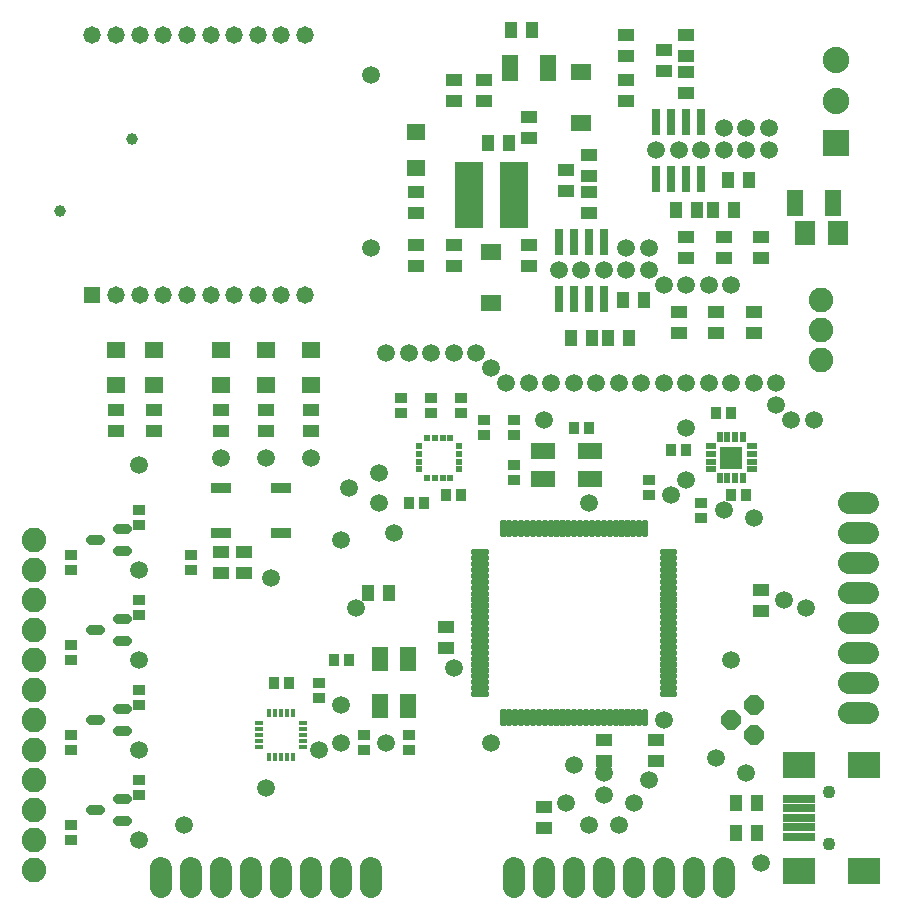
<source format=gts>
G75*
G70*
%OFA0B0*%
%FSLAX24Y24*%
%IPPOS*%
%LPD*%
%AMOC8*
5,1,8,0,0,1.08239X$1,22.5*
%
%ADD10R,0.0769X0.0769*%
%ADD11R,0.0226X0.0336*%
%ADD12R,0.0336X0.0226*%
%ADD13R,0.0631X0.0552*%
%ADD14R,0.0580X0.0580*%
%ADD15C,0.0580*%
%ADD16R,0.0395X0.0552*%
%ADD17R,0.0552X0.0395*%
%ADD18C,0.0720*%
%ADD19C,0.0395*%
%ADD20R,0.0680X0.0380*%
%ADD21C,0.0820*%
%ADD22C,0.0158*%
%ADD23R,0.0178X0.0277*%
%ADD24R,0.0277X0.0178*%
%ADD25C,0.0336*%
%ADD26OC8,0.0640*%
%ADD27R,0.0789X0.0552*%
%ADD28R,0.0552X0.0789*%
%ADD29R,0.0198X0.0237*%
%ADD30R,0.0237X0.0198*%
%ADD31R,0.0434X0.0356*%
%ADD32R,0.0356X0.0434*%
%ADD33R,0.0880X0.0880*%
%ADD34C,0.0880*%
%ADD35R,0.0710X0.0789*%
%ADD36R,0.0552X0.0867*%
%ADD37R,0.0316X0.0867*%
%ADD38R,0.0926X0.2245*%
%ADD39R,0.0659X0.0580*%
%ADD40R,0.1064X0.0277*%
%ADD41R,0.1064X0.0867*%
%ADD42C,0.0434*%
%ADD43C,0.0595*%
D10*
X024901Y015454D03*
D11*
X024773Y016143D03*
X024517Y016143D03*
X025029Y016143D03*
X025285Y016143D03*
X025285Y014765D03*
X025029Y014765D03*
X024773Y014765D03*
X024517Y014765D03*
D12*
X024212Y015070D03*
X024212Y015326D03*
X024212Y015581D03*
X024212Y015837D03*
X025590Y015837D03*
X025590Y015581D03*
X025590Y015326D03*
X025590Y015070D03*
D13*
X014401Y025113D03*
X014401Y026294D03*
X010901Y019044D03*
X010901Y017863D03*
X009401Y017863D03*
X009401Y019044D03*
X007901Y019044D03*
X007901Y017863D03*
X005651Y017863D03*
X005651Y019044D03*
X004401Y019044D03*
X004401Y017863D03*
D14*
X003608Y020873D03*
D15*
X004395Y020873D03*
X005183Y020873D03*
X005970Y020873D03*
X006757Y020873D03*
X007545Y020873D03*
X008332Y020873D03*
X009120Y020873D03*
X009907Y020873D03*
X010694Y020873D03*
X010694Y029534D03*
X009907Y029534D03*
X009120Y029534D03*
X008332Y029534D03*
X007545Y029534D03*
X006757Y029534D03*
X005970Y029534D03*
X005183Y029534D03*
X004395Y029534D03*
X003608Y029534D03*
D16*
X016797Y025954D03*
X017506Y025954D03*
X017547Y029704D03*
X018256Y029704D03*
X023047Y023704D03*
X023756Y023704D03*
X024297Y023704D03*
X025006Y023704D03*
X024797Y024704D03*
X025506Y024704D03*
X022006Y020704D03*
X021297Y020704D03*
X021506Y019454D03*
X020797Y019454D03*
X020256Y019454D03*
X019547Y019454D03*
X013506Y010954D03*
X012797Y010954D03*
X025047Y003954D03*
X025756Y003954D03*
X025756Y002954D03*
X025047Y002954D03*
D17*
X022401Y005349D03*
X022401Y006058D03*
X020651Y006058D03*
X020651Y005349D03*
X018651Y003808D03*
X018651Y003099D03*
X015401Y009099D03*
X015401Y009808D03*
X010901Y016349D03*
X010901Y017058D03*
X009401Y017058D03*
X009401Y016349D03*
X007901Y016349D03*
X007901Y017058D03*
X005651Y017058D03*
X005651Y016349D03*
X004401Y016349D03*
X004401Y017058D03*
X007901Y012308D03*
X007901Y011599D03*
X008651Y011599D03*
X008651Y012308D03*
X014401Y021849D03*
X014401Y022558D03*
X014401Y023599D03*
X014401Y024308D03*
X015651Y022558D03*
X015651Y021849D03*
X018151Y021849D03*
X018151Y022558D03*
X019401Y024349D03*
X019401Y025058D03*
X020151Y024849D03*
X020151Y024308D03*
X020151Y023599D03*
X020151Y025558D03*
X018151Y026099D03*
X018151Y026808D03*
X016651Y027349D03*
X016651Y028058D03*
X015651Y028058D03*
X015651Y027349D03*
X021401Y027349D03*
X021401Y028058D03*
X021401Y028849D03*
X021401Y029558D03*
X022651Y029058D03*
X022651Y028349D03*
X023401Y028308D03*
X023401Y028849D03*
X023401Y029558D03*
X023401Y027599D03*
X023401Y022808D03*
X023401Y022099D03*
X024651Y022099D03*
X024651Y022808D03*
X025901Y022808D03*
X025901Y022099D03*
X025651Y020308D03*
X025651Y019599D03*
X024401Y019599D03*
X024401Y020308D03*
X023151Y020308D03*
X023151Y019599D03*
X025901Y011058D03*
X025901Y010349D03*
D18*
X028831Y009954D02*
X029471Y009954D01*
X029471Y010954D02*
X028831Y010954D01*
X028831Y011954D02*
X029471Y011954D01*
X029471Y012954D02*
X028831Y012954D01*
X028831Y013954D02*
X029471Y013954D01*
X029471Y008954D02*
X028831Y008954D01*
X028831Y007954D02*
X029471Y007954D01*
X029471Y006954D02*
X028831Y006954D01*
X024651Y001774D02*
X024651Y001134D01*
X023651Y001134D02*
X023651Y001774D01*
X022651Y001774D02*
X022651Y001134D01*
X021651Y001134D02*
X021651Y001774D01*
X020651Y001774D02*
X020651Y001134D01*
X019651Y001134D02*
X019651Y001774D01*
X018651Y001774D02*
X018651Y001134D01*
X017651Y001134D02*
X017651Y001774D01*
X012901Y001774D02*
X012901Y001134D01*
X011901Y001134D02*
X011901Y001774D01*
X010901Y001774D02*
X010901Y001134D01*
X009901Y001134D02*
X009901Y001774D01*
X008901Y001774D02*
X008901Y001134D01*
X007901Y001134D02*
X007901Y001774D01*
X006901Y001774D02*
X006901Y001134D01*
X005901Y001134D02*
X005901Y001774D01*
D19*
X002515Y023668D03*
X004937Y026089D03*
D20*
X007901Y014454D03*
X007901Y012954D03*
X009901Y012954D03*
X009901Y014454D03*
D21*
X001651Y001704D03*
X001651Y002704D03*
X001651Y003704D03*
X001651Y004704D03*
X001651Y005704D03*
X001651Y006704D03*
X001651Y007704D03*
X001651Y008704D03*
X001651Y009704D03*
X001651Y010704D03*
X001651Y011704D03*
X001651Y012704D03*
X027901Y018704D03*
X027901Y019704D03*
X027901Y020704D03*
D22*
X021993Y013310D02*
X021993Y012896D01*
X021993Y013310D02*
X022033Y013310D01*
X022033Y012896D01*
X021993Y012896D01*
X021993Y013053D02*
X022033Y013053D01*
X022033Y013210D02*
X021993Y013210D01*
X021797Y013310D02*
X021797Y012896D01*
X021797Y013310D02*
X021837Y013310D01*
X021837Y012896D01*
X021797Y012896D01*
X021797Y013053D02*
X021837Y013053D01*
X021837Y013210D02*
X021797Y013210D01*
X021600Y013310D02*
X021600Y012896D01*
X021600Y013310D02*
X021640Y013310D01*
X021640Y012896D01*
X021600Y012896D01*
X021600Y013053D02*
X021640Y013053D01*
X021640Y013210D02*
X021600Y013210D01*
X021403Y013310D02*
X021403Y012896D01*
X021403Y013310D02*
X021443Y013310D01*
X021443Y012896D01*
X021403Y012896D01*
X021403Y013053D02*
X021443Y013053D01*
X021443Y013210D02*
X021403Y013210D01*
X021206Y013310D02*
X021206Y012896D01*
X021206Y013310D02*
X021246Y013310D01*
X021246Y012896D01*
X021206Y012896D01*
X021206Y013053D02*
X021246Y013053D01*
X021246Y013210D02*
X021206Y013210D01*
X021009Y013310D02*
X021009Y012896D01*
X021009Y013310D02*
X021049Y013310D01*
X021049Y012896D01*
X021009Y012896D01*
X021009Y013053D02*
X021049Y013053D01*
X021049Y013210D02*
X021009Y013210D01*
X020812Y013310D02*
X020812Y012896D01*
X020812Y013310D02*
X020852Y013310D01*
X020852Y012896D01*
X020812Y012896D01*
X020812Y013053D02*
X020852Y013053D01*
X020852Y013210D02*
X020812Y013210D01*
X020615Y013310D02*
X020615Y012896D01*
X020615Y013310D02*
X020655Y013310D01*
X020655Y012896D01*
X020615Y012896D01*
X020615Y013053D02*
X020655Y013053D01*
X020655Y013210D02*
X020615Y013210D01*
X020419Y013310D02*
X020419Y012896D01*
X020419Y013310D02*
X020459Y013310D01*
X020459Y012896D01*
X020419Y012896D01*
X020419Y013053D02*
X020459Y013053D01*
X020459Y013210D02*
X020419Y013210D01*
X020222Y013310D02*
X020222Y012896D01*
X020222Y013310D02*
X020262Y013310D01*
X020262Y012896D01*
X020222Y012896D01*
X020222Y013053D02*
X020262Y013053D01*
X020262Y013210D02*
X020222Y013210D01*
X020025Y013310D02*
X020025Y012896D01*
X020025Y013310D02*
X020065Y013310D01*
X020065Y012896D01*
X020025Y012896D01*
X020025Y013053D02*
X020065Y013053D01*
X020065Y013210D02*
X020025Y013210D01*
X019828Y013310D02*
X019828Y012896D01*
X019828Y013310D02*
X019868Y013310D01*
X019868Y012896D01*
X019828Y012896D01*
X019828Y013053D02*
X019868Y013053D01*
X019868Y013210D02*
X019828Y013210D01*
X019631Y013310D02*
X019631Y012896D01*
X019631Y013310D02*
X019671Y013310D01*
X019671Y012896D01*
X019631Y012896D01*
X019631Y013053D02*
X019671Y013053D01*
X019671Y013210D02*
X019631Y013210D01*
X019434Y013310D02*
X019434Y012896D01*
X019434Y013310D02*
X019474Y013310D01*
X019474Y012896D01*
X019434Y012896D01*
X019434Y013053D02*
X019474Y013053D01*
X019474Y013210D02*
X019434Y013210D01*
X019237Y013310D02*
X019237Y012896D01*
X019237Y013310D02*
X019277Y013310D01*
X019277Y012896D01*
X019237Y012896D01*
X019237Y013053D02*
X019277Y013053D01*
X019277Y013210D02*
X019237Y013210D01*
X019041Y013310D02*
X019041Y012896D01*
X019041Y013310D02*
X019081Y013310D01*
X019081Y012896D01*
X019041Y012896D01*
X019041Y013053D02*
X019081Y013053D01*
X019081Y013210D02*
X019041Y013210D01*
X018844Y013310D02*
X018844Y012896D01*
X018844Y013310D02*
X018884Y013310D01*
X018884Y012896D01*
X018844Y012896D01*
X018844Y013053D02*
X018884Y013053D01*
X018884Y013210D02*
X018844Y013210D01*
X018647Y013310D02*
X018647Y012896D01*
X018647Y013310D02*
X018687Y013310D01*
X018687Y012896D01*
X018647Y012896D01*
X018647Y013053D02*
X018687Y013053D01*
X018687Y013210D02*
X018647Y013210D01*
X018450Y013310D02*
X018450Y012896D01*
X018450Y013310D02*
X018490Y013310D01*
X018490Y012896D01*
X018450Y012896D01*
X018450Y013053D02*
X018490Y013053D01*
X018490Y013210D02*
X018450Y013210D01*
X018253Y013310D02*
X018253Y012896D01*
X018253Y013310D02*
X018293Y013310D01*
X018293Y012896D01*
X018253Y012896D01*
X018253Y013053D02*
X018293Y013053D01*
X018293Y013210D02*
X018253Y013210D01*
X018056Y013310D02*
X018056Y012896D01*
X018056Y013310D02*
X018096Y013310D01*
X018096Y012896D01*
X018056Y012896D01*
X018056Y013053D02*
X018096Y013053D01*
X018096Y013210D02*
X018056Y013210D01*
X017860Y013310D02*
X017860Y012896D01*
X017860Y013310D02*
X017900Y013310D01*
X017900Y012896D01*
X017860Y012896D01*
X017860Y013053D02*
X017900Y013053D01*
X017900Y013210D02*
X017860Y013210D01*
X017663Y013310D02*
X017663Y012896D01*
X017663Y013310D02*
X017703Y013310D01*
X017703Y012896D01*
X017663Y012896D01*
X017663Y013053D02*
X017703Y013053D01*
X017703Y013210D02*
X017663Y013210D01*
X017466Y013310D02*
X017466Y012896D01*
X017466Y013310D02*
X017506Y013310D01*
X017506Y012896D01*
X017466Y012896D01*
X017466Y013053D02*
X017506Y013053D01*
X017506Y013210D02*
X017466Y013210D01*
X017269Y013310D02*
X017269Y012896D01*
X017269Y013310D02*
X017309Y013310D01*
X017309Y012896D01*
X017269Y012896D01*
X017269Y013053D02*
X017309Y013053D01*
X017309Y013210D02*
X017269Y013210D01*
X016295Y012336D02*
X016295Y012296D01*
X016295Y012336D02*
X016709Y012336D01*
X016709Y012296D01*
X016295Y012296D01*
X016295Y012139D02*
X016295Y012099D01*
X016295Y012139D02*
X016709Y012139D01*
X016709Y012099D01*
X016295Y012099D01*
X016295Y011942D02*
X016295Y011902D01*
X016295Y011942D02*
X016709Y011942D01*
X016709Y011902D01*
X016295Y011902D01*
X016295Y011745D02*
X016295Y011705D01*
X016295Y011745D02*
X016709Y011745D01*
X016709Y011705D01*
X016295Y011705D01*
X016295Y011548D02*
X016295Y011508D01*
X016295Y011548D02*
X016709Y011548D01*
X016709Y011508D01*
X016295Y011508D01*
X016295Y011351D02*
X016295Y011311D01*
X016295Y011351D02*
X016709Y011351D01*
X016709Y011311D01*
X016295Y011311D01*
X016295Y011155D02*
X016295Y011115D01*
X016295Y011155D02*
X016709Y011155D01*
X016709Y011115D01*
X016295Y011115D01*
X016295Y010958D02*
X016295Y010918D01*
X016295Y010958D02*
X016709Y010958D01*
X016709Y010918D01*
X016295Y010918D01*
X016295Y010761D02*
X016295Y010721D01*
X016295Y010761D02*
X016709Y010761D01*
X016709Y010721D01*
X016295Y010721D01*
X016295Y010564D02*
X016295Y010524D01*
X016295Y010564D02*
X016709Y010564D01*
X016709Y010524D01*
X016295Y010524D01*
X016295Y010367D02*
X016295Y010327D01*
X016295Y010367D02*
X016709Y010367D01*
X016709Y010327D01*
X016295Y010327D01*
X016295Y010170D02*
X016295Y010130D01*
X016295Y010170D02*
X016709Y010170D01*
X016709Y010130D01*
X016295Y010130D01*
X016295Y009974D02*
X016295Y009934D01*
X016295Y009974D02*
X016709Y009974D01*
X016709Y009934D01*
X016295Y009934D01*
X016295Y009777D02*
X016295Y009737D01*
X016295Y009777D02*
X016709Y009777D01*
X016709Y009737D01*
X016295Y009737D01*
X016295Y009580D02*
X016295Y009540D01*
X016295Y009580D02*
X016709Y009580D01*
X016709Y009540D01*
X016295Y009540D01*
X016295Y009383D02*
X016295Y009343D01*
X016295Y009383D02*
X016709Y009383D01*
X016709Y009343D01*
X016295Y009343D01*
X016295Y009186D02*
X016295Y009146D01*
X016295Y009186D02*
X016709Y009186D01*
X016709Y009146D01*
X016295Y009146D01*
X016295Y008989D02*
X016295Y008949D01*
X016295Y008989D02*
X016709Y008989D01*
X016709Y008949D01*
X016295Y008949D01*
X016295Y008792D02*
X016295Y008752D01*
X016295Y008792D02*
X016709Y008792D01*
X016709Y008752D01*
X016295Y008752D01*
X016295Y008596D02*
X016295Y008556D01*
X016295Y008596D02*
X016709Y008596D01*
X016709Y008556D01*
X016295Y008556D01*
X016295Y008399D02*
X016295Y008359D01*
X016295Y008399D02*
X016709Y008399D01*
X016709Y008359D01*
X016295Y008359D01*
X016295Y008202D02*
X016295Y008162D01*
X016295Y008202D02*
X016709Y008202D01*
X016709Y008162D01*
X016295Y008162D01*
X016295Y008005D02*
X016295Y007965D01*
X016295Y008005D02*
X016709Y008005D01*
X016709Y007965D01*
X016295Y007965D01*
X016295Y007808D02*
X016295Y007768D01*
X016295Y007808D02*
X016709Y007808D01*
X016709Y007768D01*
X016295Y007768D01*
X016295Y007611D02*
X016295Y007571D01*
X016295Y007611D02*
X016709Y007611D01*
X016709Y007571D01*
X016295Y007571D01*
X017269Y007011D02*
X017269Y006597D01*
X017269Y007011D02*
X017309Y007011D01*
X017309Y006597D01*
X017269Y006597D01*
X017269Y006754D02*
X017309Y006754D01*
X017309Y006911D02*
X017269Y006911D01*
X017466Y007011D02*
X017466Y006597D01*
X017466Y007011D02*
X017506Y007011D01*
X017506Y006597D01*
X017466Y006597D01*
X017466Y006754D02*
X017506Y006754D01*
X017506Y006911D02*
X017466Y006911D01*
X017663Y007011D02*
X017663Y006597D01*
X017663Y007011D02*
X017703Y007011D01*
X017703Y006597D01*
X017663Y006597D01*
X017663Y006754D02*
X017703Y006754D01*
X017703Y006911D02*
X017663Y006911D01*
X017860Y007011D02*
X017860Y006597D01*
X017860Y007011D02*
X017900Y007011D01*
X017900Y006597D01*
X017860Y006597D01*
X017860Y006754D02*
X017900Y006754D01*
X017900Y006911D02*
X017860Y006911D01*
X018056Y007011D02*
X018056Y006597D01*
X018056Y007011D02*
X018096Y007011D01*
X018096Y006597D01*
X018056Y006597D01*
X018056Y006754D02*
X018096Y006754D01*
X018096Y006911D02*
X018056Y006911D01*
X018253Y007011D02*
X018253Y006597D01*
X018253Y007011D02*
X018293Y007011D01*
X018293Y006597D01*
X018253Y006597D01*
X018253Y006754D02*
X018293Y006754D01*
X018293Y006911D02*
X018253Y006911D01*
X018450Y007011D02*
X018450Y006597D01*
X018450Y007011D02*
X018490Y007011D01*
X018490Y006597D01*
X018450Y006597D01*
X018450Y006754D02*
X018490Y006754D01*
X018490Y006911D02*
X018450Y006911D01*
X018647Y007011D02*
X018647Y006597D01*
X018647Y007011D02*
X018687Y007011D01*
X018687Y006597D01*
X018647Y006597D01*
X018647Y006754D02*
X018687Y006754D01*
X018687Y006911D02*
X018647Y006911D01*
X018844Y007011D02*
X018844Y006597D01*
X018844Y007011D02*
X018884Y007011D01*
X018884Y006597D01*
X018844Y006597D01*
X018844Y006754D02*
X018884Y006754D01*
X018884Y006911D02*
X018844Y006911D01*
X019041Y007011D02*
X019041Y006597D01*
X019041Y007011D02*
X019081Y007011D01*
X019081Y006597D01*
X019041Y006597D01*
X019041Y006754D02*
X019081Y006754D01*
X019081Y006911D02*
X019041Y006911D01*
X019237Y007011D02*
X019237Y006597D01*
X019237Y007011D02*
X019277Y007011D01*
X019277Y006597D01*
X019237Y006597D01*
X019237Y006754D02*
X019277Y006754D01*
X019277Y006911D02*
X019237Y006911D01*
X019434Y007011D02*
X019434Y006597D01*
X019434Y007011D02*
X019474Y007011D01*
X019474Y006597D01*
X019434Y006597D01*
X019434Y006754D02*
X019474Y006754D01*
X019474Y006911D02*
X019434Y006911D01*
X019631Y007011D02*
X019631Y006597D01*
X019631Y007011D02*
X019671Y007011D01*
X019671Y006597D01*
X019631Y006597D01*
X019631Y006754D02*
X019671Y006754D01*
X019671Y006911D02*
X019631Y006911D01*
X019828Y007011D02*
X019828Y006597D01*
X019828Y007011D02*
X019868Y007011D01*
X019868Y006597D01*
X019828Y006597D01*
X019828Y006754D02*
X019868Y006754D01*
X019868Y006911D02*
X019828Y006911D01*
X020025Y007011D02*
X020025Y006597D01*
X020025Y007011D02*
X020065Y007011D01*
X020065Y006597D01*
X020025Y006597D01*
X020025Y006754D02*
X020065Y006754D01*
X020065Y006911D02*
X020025Y006911D01*
X020222Y007011D02*
X020222Y006597D01*
X020222Y007011D02*
X020262Y007011D01*
X020262Y006597D01*
X020222Y006597D01*
X020222Y006754D02*
X020262Y006754D01*
X020262Y006911D02*
X020222Y006911D01*
X020419Y007011D02*
X020419Y006597D01*
X020419Y007011D02*
X020459Y007011D01*
X020459Y006597D01*
X020419Y006597D01*
X020419Y006754D02*
X020459Y006754D01*
X020459Y006911D02*
X020419Y006911D01*
X020615Y007011D02*
X020615Y006597D01*
X020615Y007011D02*
X020655Y007011D01*
X020655Y006597D01*
X020615Y006597D01*
X020615Y006754D02*
X020655Y006754D01*
X020655Y006911D02*
X020615Y006911D01*
X020812Y007011D02*
X020812Y006597D01*
X020812Y007011D02*
X020852Y007011D01*
X020852Y006597D01*
X020812Y006597D01*
X020812Y006754D02*
X020852Y006754D01*
X020852Y006911D02*
X020812Y006911D01*
X021009Y007011D02*
X021009Y006597D01*
X021009Y007011D02*
X021049Y007011D01*
X021049Y006597D01*
X021009Y006597D01*
X021009Y006754D02*
X021049Y006754D01*
X021049Y006911D02*
X021009Y006911D01*
X021206Y007011D02*
X021206Y006597D01*
X021206Y007011D02*
X021246Y007011D01*
X021246Y006597D01*
X021206Y006597D01*
X021206Y006754D02*
X021246Y006754D01*
X021246Y006911D02*
X021206Y006911D01*
X021403Y007011D02*
X021403Y006597D01*
X021403Y007011D02*
X021443Y007011D01*
X021443Y006597D01*
X021403Y006597D01*
X021403Y006754D02*
X021443Y006754D01*
X021443Y006911D02*
X021403Y006911D01*
X021600Y007011D02*
X021600Y006597D01*
X021600Y007011D02*
X021640Y007011D01*
X021640Y006597D01*
X021600Y006597D01*
X021600Y006754D02*
X021640Y006754D01*
X021640Y006911D02*
X021600Y006911D01*
X021797Y007011D02*
X021797Y006597D01*
X021797Y007011D02*
X021837Y007011D01*
X021837Y006597D01*
X021797Y006597D01*
X021797Y006754D02*
X021837Y006754D01*
X021837Y006911D02*
X021797Y006911D01*
X021993Y007011D02*
X021993Y006597D01*
X021993Y007011D02*
X022033Y007011D01*
X022033Y006597D01*
X021993Y006597D01*
X021993Y006754D02*
X022033Y006754D01*
X022033Y006911D02*
X021993Y006911D01*
X022594Y007571D02*
X022594Y007611D01*
X023008Y007611D01*
X023008Y007571D01*
X022594Y007571D01*
X022594Y007768D02*
X022594Y007808D01*
X023008Y007808D01*
X023008Y007768D01*
X022594Y007768D01*
X022594Y007965D02*
X022594Y008005D01*
X023008Y008005D01*
X023008Y007965D01*
X022594Y007965D01*
X022594Y008162D02*
X022594Y008202D01*
X023008Y008202D01*
X023008Y008162D01*
X022594Y008162D01*
X022594Y008359D02*
X022594Y008399D01*
X023008Y008399D01*
X023008Y008359D01*
X022594Y008359D01*
X022594Y008556D02*
X022594Y008596D01*
X023008Y008596D01*
X023008Y008556D01*
X022594Y008556D01*
X022594Y008752D02*
X022594Y008792D01*
X023008Y008792D01*
X023008Y008752D01*
X022594Y008752D01*
X022594Y008949D02*
X022594Y008989D01*
X023008Y008989D01*
X023008Y008949D01*
X022594Y008949D01*
X022594Y009146D02*
X022594Y009186D01*
X023008Y009186D01*
X023008Y009146D01*
X022594Y009146D01*
X022594Y009343D02*
X022594Y009383D01*
X023008Y009383D01*
X023008Y009343D01*
X022594Y009343D01*
X022594Y009540D02*
X022594Y009580D01*
X023008Y009580D01*
X023008Y009540D01*
X022594Y009540D01*
X022594Y009737D02*
X022594Y009777D01*
X023008Y009777D01*
X023008Y009737D01*
X022594Y009737D01*
X022594Y009934D02*
X022594Y009974D01*
X023008Y009974D01*
X023008Y009934D01*
X022594Y009934D01*
X022594Y010130D02*
X022594Y010170D01*
X023008Y010170D01*
X023008Y010130D01*
X022594Y010130D01*
X022594Y010327D02*
X022594Y010367D01*
X023008Y010367D01*
X023008Y010327D01*
X022594Y010327D01*
X022594Y010524D02*
X022594Y010564D01*
X023008Y010564D01*
X023008Y010524D01*
X022594Y010524D01*
X022594Y010721D02*
X022594Y010761D01*
X023008Y010761D01*
X023008Y010721D01*
X022594Y010721D01*
X022594Y010918D02*
X022594Y010958D01*
X023008Y010958D01*
X023008Y010918D01*
X022594Y010918D01*
X022594Y011115D02*
X022594Y011155D01*
X023008Y011155D01*
X023008Y011115D01*
X022594Y011115D01*
X022594Y011311D02*
X022594Y011351D01*
X023008Y011351D01*
X023008Y011311D01*
X022594Y011311D01*
X022594Y011508D02*
X022594Y011548D01*
X023008Y011548D01*
X023008Y011508D01*
X022594Y011508D01*
X022594Y011705D02*
X022594Y011745D01*
X023008Y011745D01*
X023008Y011705D01*
X022594Y011705D01*
X022594Y011902D02*
X022594Y011942D01*
X023008Y011942D01*
X023008Y011902D01*
X022594Y011902D01*
X022594Y012099D02*
X022594Y012139D01*
X023008Y012139D01*
X023008Y012099D01*
X022594Y012099D01*
X022594Y012296D02*
X022594Y012336D01*
X023008Y012336D01*
X023008Y012296D01*
X022594Y012296D01*
D23*
X010295Y006932D03*
X010098Y006932D03*
X009901Y006932D03*
X009704Y006932D03*
X009507Y006932D03*
X009507Y005475D03*
X009704Y005475D03*
X009901Y005475D03*
X010098Y005475D03*
X010295Y005475D03*
D24*
X010630Y005810D03*
X010630Y006007D03*
X010630Y006204D03*
X010630Y006400D03*
X010630Y006597D03*
X009173Y006597D03*
X009173Y006400D03*
X009173Y006204D03*
X009173Y006007D03*
X009173Y005810D03*
D25*
X004751Y006330D02*
X004457Y006330D01*
X003845Y006704D02*
X003551Y006704D01*
X004457Y007078D02*
X004751Y007078D01*
X004751Y009330D02*
X004457Y009330D01*
X004457Y010078D02*
X004751Y010078D01*
X003845Y009704D02*
X003551Y009704D01*
X004457Y012330D02*
X004751Y012330D01*
X004751Y013078D02*
X004457Y013078D01*
X003845Y012704D02*
X003551Y012704D01*
X004457Y004078D02*
X004751Y004078D01*
X004751Y003330D02*
X004457Y003330D01*
X003845Y003704D02*
X003551Y003704D01*
D26*
X024901Y006704D03*
X025651Y007204D03*
X025651Y006204D03*
D27*
X020189Y014731D03*
X020189Y015676D03*
X018614Y015676D03*
X018614Y014731D03*
D28*
X014124Y008741D03*
X013179Y008741D03*
X013179Y007166D03*
X014124Y007166D03*
D29*
X014767Y014784D03*
X015023Y014784D03*
X015279Y014784D03*
X015535Y014784D03*
X015535Y016123D03*
X015279Y016123D03*
X015023Y016123D03*
X014767Y016123D03*
D30*
X014482Y015837D03*
X014482Y015581D03*
X014482Y015326D03*
X014482Y015070D03*
X015820Y015070D03*
X015820Y015326D03*
X015820Y015581D03*
X015820Y015837D03*
D31*
X016651Y016198D03*
X016651Y016709D03*
X015901Y016948D03*
X015901Y017459D03*
X014901Y017459D03*
X014901Y016948D03*
X013901Y016948D03*
X013901Y017459D03*
X017651Y016709D03*
X017651Y016198D03*
X017651Y015209D03*
X017651Y014698D03*
X022151Y014709D03*
X022151Y014198D03*
X023901Y013959D03*
X023901Y013448D03*
X014151Y006209D03*
X014151Y005698D03*
X012651Y005698D03*
X012651Y006209D03*
X011151Y007448D03*
X011151Y007959D03*
X006901Y011698D03*
X006901Y012209D03*
X005151Y013198D03*
X005151Y013709D03*
X002901Y012209D03*
X002901Y011698D03*
X005151Y010709D03*
X005151Y010198D03*
X002901Y009209D03*
X002901Y008698D03*
X005151Y007709D03*
X005151Y007198D03*
X002901Y006209D03*
X002901Y005698D03*
X005151Y004709D03*
X005151Y004198D03*
X002901Y003209D03*
X002901Y002698D03*
D32*
X009645Y007954D03*
X010157Y007954D03*
X011645Y008704D03*
X012157Y008704D03*
X014145Y013954D03*
X014657Y013954D03*
X015395Y014204D03*
X015907Y014204D03*
X019645Y016454D03*
X020157Y016454D03*
X022895Y015704D03*
X023407Y015704D03*
X024395Y016954D03*
X024907Y016954D03*
X024895Y014204D03*
X025407Y014204D03*
D33*
X028401Y025954D03*
D34*
X028401Y027331D03*
X028401Y028709D03*
D35*
X028452Y022954D03*
X027350Y022954D03*
D36*
X027021Y023954D03*
X028281Y023954D03*
X018781Y028454D03*
X017521Y028454D03*
D37*
X022401Y026648D03*
X022901Y026648D03*
X023401Y026648D03*
X023901Y026648D03*
X023901Y024759D03*
X023401Y024759D03*
X022901Y024759D03*
X022401Y024759D03*
X020651Y022648D03*
X020151Y022648D03*
X019651Y022648D03*
X019151Y022648D03*
X019151Y020759D03*
X019651Y020759D03*
X020151Y020759D03*
X020651Y020759D03*
D38*
X017657Y024204D03*
X016145Y024204D03*
D39*
X016901Y022300D03*
X016901Y020607D03*
X019901Y026607D03*
X019901Y028300D03*
D40*
X027167Y004083D03*
X027167Y003769D03*
X027167Y003454D03*
X027167Y003139D03*
X027167Y002824D03*
D41*
X027167Y001682D03*
X029332Y001682D03*
X029332Y005225D03*
X027167Y005225D03*
D42*
X028151Y004320D03*
X028151Y002587D03*
D43*
X025901Y001954D03*
X025401Y004954D03*
X024401Y005454D03*
X022651Y006704D03*
X022151Y004704D03*
X021651Y003954D03*
X021151Y003204D03*
X020651Y004204D03*
X020651Y004954D03*
X019651Y005204D03*
X019401Y003954D03*
X020151Y003204D03*
X016901Y005954D03*
X015651Y008454D03*
X013401Y005954D03*
X011901Y005954D03*
X011151Y005704D03*
X011901Y007204D03*
X009401Y004454D03*
X006651Y003204D03*
X005151Y002704D03*
X005151Y005704D03*
X005151Y008704D03*
X005151Y011704D03*
X005151Y015204D03*
X007901Y015454D03*
X009401Y015454D03*
X010901Y015454D03*
X012151Y014454D03*
X013151Y014954D03*
X013151Y013954D03*
X013651Y012954D03*
X011901Y012704D03*
X012401Y010454D03*
X009547Y011454D03*
X013401Y018954D03*
X014151Y018954D03*
X014901Y018954D03*
X015651Y018954D03*
X016401Y018954D03*
X016901Y018454D03*
X017401Y017954D03*
X018151Y017954D03*
X018901Y017954D03*
X019651Y017954D03*
X020401Y017954D03*
X021151Y017954D03*
X021901Y017954D03*
X022651Y017954D03*
X023401Y017954D03*
X024151Y017954D03*
X024901Y017954D03*
X025651Y017954D03*
X026401Y017954D03*
X026401Y017204D03*
X026901Y016704D03*
X027651Y016704D03*
X024651Y013704D03*
X025651Y013454D03*
X023401Y014704D03*
X022901Y014204D03*
X023401Y016454D03*
X020151Y013954D03*
X018651Y016704D03*
X022651Y021204D03*
X022151Y021704D03*
X022151Y022454D03*
X021401Y022454D03*
X021401Y021704D03*
X020651Y021704D03*
X019901Y021704D03*
X019151Y021704D03*
X022401Y025704D03*
X023151Y025704D03*
X023901Y025704D03*
X024651Y025704D03*
X025401Y025704D03*
X025401Y026454D03*
X024651Y026454D03*
X026151Y026454D03*
X026151Y025704D03*
X024901Y021204D03*
X024151Y021204D03*
X023401Y021204D03*
X012901Y022454D03*
X012901Y028204D03*
X026651Y010704D03*
X027401Y010454D03*
X024901Y008704D03*
M02*

</source>
